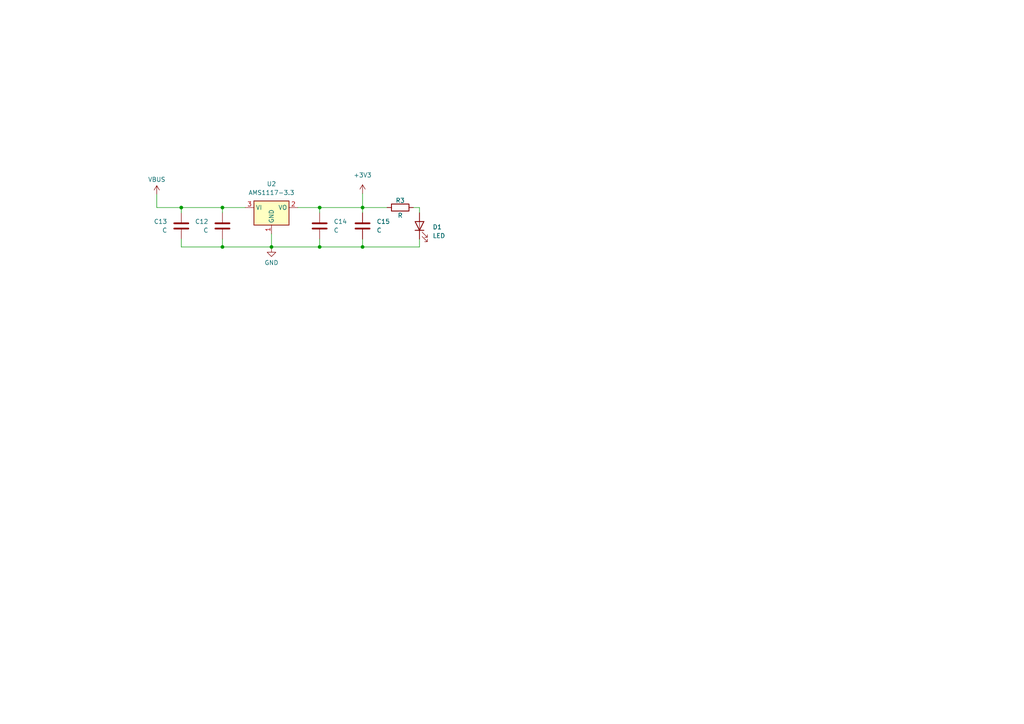
<source format=kicad_sch>
(kicad_sch (version 20230121) (generator eeschema)
  (paper "A4")
  (lib_symbols
    (symbol "Device:C" (pin_numbers hide) (pin_names (offset 0.254))
      (property "Reference" "C" (at 0.635 2.54 0))
      (property "Value" "C" (at 0.635 -2.54 0))
      (symbol "C_0_1"
        (polyline (pts (xy -2.032 -0.762) (xy 2.032 -0.762)) (stroke (width 0.508)))
        (polyline (pts (xy -2.032 0.762) (xy 2.032 0.762)) (stroke (width 0.508)))
      )
      (symbol "C_1_1"
        (pin passive line (at 0 3.81 270) (length 2.794) (name "~") (number "1"))
        (pin passive line (at 0 -3.81 90) (length 2.794) (name "~") (number "2"))
      )
    )
    (symbol "Device:LED" (pin_numbers hide) (pin_names (offset 1.016) hide)
      (property "Reference" "D" (at 0 2.54 0))
      (property "Value" "LED" (at 0 -2.54 0))
      (symbol "LED_0_1"
        (polyline (pts (xy -1.27 -1.27) (xy -1.27 1.27)) (stroke (width 0.254)))
        (polyline (pts (xy -1.27 0) (xy 1.27 0)))
        (polyline (pts (xy 1.27 -1.27) (xy 1.27 1.27) (xy -1.27 0) (xy 1.27 -1.27)) (stroke (width 0.254)))
        (polyline (pts (xy -3.048 -0.762) (xy -4.572 -2.286) (xy -3.81 -2.286) (xy -4.572 -2.286) (xy -4.572 -1.524)))
        (polyline (pts (xy -1.778 -0.762) (xy -3.302 -2.286) (xy -2.54 -2.286) (xy -3.302 -2.286) (xy -3.302 -1.524)))
      )
      (symbol "LED_1_1"
        (pin passive line (at -3.81 0 0) (length 2.54) (name "K") (number "1"))
        (pin passive line (at 3.81 0 180) (length 2.54) (name "A") (number "2"))
      )
    )
    (symbol "Device:R" (pin_numbers hide) (pin_names (offset 0))
      (property "Reference" "R" (at 2.032 0 90))
      (property "Value" "R" (at 0 0 90))
      (symbol "R_0_1"
        (rectangle (start -1.016 -2.54) (end 1.016 2.54) (stroke (width 0.254)))
      )
      (symbol "R_1_1"
        (pin passive line (at 0 3.81 270) (length 1.27) (name "~") (number "1"))
        (pin passive line (at 0 -3.81 90) (length 1.27) (name "~") (number "2"))
      )
    )
    (symbol "Regulator_Linear:AMS1117-3.3"
      (property "Reference" "U" (at -3.81 3.175 0))
      (property "Value" "AMS1117-3.3" (at 0 3.175 0))
      (symbol "AMS1117-3.3_0_1"
        (rectangle (start -5.08 -5.08) (end 5.08 1.905) (stroke (width 0.254)) (fill (type background)))
      )
      (symbol "AMS1117-3.3_1_1"
        (pin power_in line (at 0 -7.62 90) (length 2.54) (name "GND") (number "1"))
        (pin power_out line (at 7.62 0 180) (length 2.54) (name "VO") (number "2"))
        (pin power_in line (at -7.62 0 0) (length 2.54) (name "VI") (number "3"))
      )
    )
    (symbol "power:+3V3" (power) (pin_names (offset 0))
      (property "Value" "+3V3" (at 0 3.556 0))
      (symbol "+3V3_0_1"
        (polyline (pts (xy -0.762 1.27) (xy 0 2.54)))
        (polyline (pts (xy 0 0) (xy 0 2.54)))
        (polyline (pts (xy 0 2.54) (xy 0.762 1.27)))
      )
      (symbol "+3V3_1_1"
        (pin power_in line (at 0 0 90) (length 0) hide (name "+3V3") (number "1"))
      )
    )
    (symbol "power:GND" (power) (pin_names (offset 0))
      (property "Value" "GND" (at 0 -3.81 0))
      (symbol "GND_0_1"
        (polyline (pts (xy 0 0) (xy 0 -1.27) (xy 1.27 -1.27) (xy 0 -2.54) (xy -1.27 -1.27) (xy 0 -1.27)))
      )
      (symbol "GND_1_1"
        (pin power_in line (at 0 0 270) (length 0) hide (name "GND") (number "1"))
      )
    )
    (symbol "power:VBUS" (power) (pin_names (offset 0))
      (property "Value" "VBUS" (at 0 3.81 0))
      (symbol "VBUS_0_1"
        (polyline (pts (xy -0.762 1.27) (xy 0 2.54)))
        (polyline (pts (xy 0 0) (xy 0 2.54)))
        (polyline (pts (xy 0 2.54) (xy 0.762 1.27)))
      )
      (symbol "VBUS_1_1"
        (pin power_in line (at 0 0 90) (length 0) hide (name "VBUS") (number "1"))
      )
    )
  )
  (junction (at 52.578 60.198))
  (junction (at 92.71 71.628))
  (junction (at 105.156 71.628))
  (junction (at 105.156 60.198))
  (junction (at 78.74 71.628))
  (junction (at 64.516 71.628))
  (junction (at 64.516 60.198))
  (junction (at 92.71 60.198))
  (wire (pts (xy 52.578 71.628) (xy 64.516 71.628)))
  (wire (pts (xy 121.666 60.198) (xy 121.666 61.722)))
  (wire (pts (xy 121.666 71.628) (xy 121.666 69.342)))
  (wire (pts (xy 105.156 71.628) (xy 121.666 71.628)))
  (wire (pts (xy 92.71 69.342) (xy 92.71 71.628)))
  (wire (pts (xy 105.156 60.198) (xy 105.156 61.722)))
  (wire (pts (xy 45.466 56.388) (xy 45.466 60.198)))
  (wire (pts (xy 78.74 67.818) (xy 78.74 71.628)))
  (wire (pts (xy 45.466 60.198) (xy 52.578 60.198)))
  (wire (pts (xy 64.516 60.198) (xy 64.516 61.722)))
  (wire (pts (xy 105.156 56.134) (xy 105.156 60.198)))
  (wire (pts (xy 52.578 60.198) (xy 64.516 60.198)))
  (wire (pts (xy 52.578 69.342) (xy 52.578 71.628)))
  (wire (pts (xy 105.156 69.342) (xy 105.156 71.628)))
  (wire (pts (xy 64.516 71.628) (xy 64.516 69.342)))
  (wire (pts (xy 86.36 60.198) (xy 92.71 60.198)))
  (wire (pts (xy 78.74 71.628) (xy 78.74 71.882)))
  (wire (pts (xy 52.578 60.198) (xy 52.578 61.722)))
  (wire (pts (xy 92.71 60.198) (xy 105.156 60.198)))
  (wire (pts (xy 119.888 60.198) (xy 121.666 60.198)))
  (wire (pts (xy 64.516 71.628) (xy 78.74 71.628)))
  (wire (pts (xy 78.74 71.628) (xy 92.71 71.628)))
  (wire (pts (xy 64.516 60.198) (xy 71.12 60.198)))
  (wire (pts (xy 105.156 60.198) (xy 112.268 60.198)))
  (wire (pts (xy 92.71 60.198) (xy 92.71 61.722)))
  (wire (pts (xy 92.71 71.628) (xy 105.156 71.628)))
  (symbol (lib_id "power:+3V3") (at 105.156 56.134 0) (unit 1)
    (property "Reference" "#PWR018" (effects hide))
    (property "Value" "+3V3" (at 105.156 50.8 0))
  )
  (symbol (lib_id "Device:LED") (at 121.666 65.532 90) (unit 1)
    (property "Reference" "D1" (at 125.476 65.8495 90) (effects (justify right)))
    (property "Value" "LED" (at 125.476 68.3895 90) (effects (justify right)))
  )
  (symbol (lib_id "Device:R") (at 116.078 60.198 90) (mirror x) (unit 1)
    (property "Reference" "R3" (at 116.078 58.166 90))
    (property "Value" "R" (at 116.078 62.484 90))
  )
  (symbol (lib_id "Device:C") (at 52.578 65.532 0) (mirror y) (unit 1)
    (property "Reference" "C13" (at 48.514 64.262 0) (effects (justify left)))
    (property "Value" "C" (at 48.514 66.802 0) (effects (justify left)))
  )
  (symbol (lib_id "power:GND") (at 78.74 71.882 0) (unit 1)
    (property "Reference" "#PWR017" (effects hide))
    (property "Value" "GND" (at 78.74 76.2 0))
  )
  (symbol (lib_id "Device:C") (at 92.71 65.532 0) (unit 1)
    (property "Reference" "C14" (at 96.774 64.262 0) (effects (justify left)))
    (property "Value" "C" (at 96.774 66.802 0) (effects (justify left)))
  )
  (symbol (lib_id "Regulator_Linear:AMS1117-3.3") (at 78.74 60.198 0) (unit 1)
    (property "Reference" "U2" (at 78.74 53.34 0))
    (property "Value" "AMS1117-3.3" (at 78.74 55.88 0))
    (property "Footprint" "Package_TO_SOT_SMD:SOT-223-3_TabPin2" (effects hide))
    (property "Datasheet" "http://www.advanced-monolithic.com/pdf/ds1117.pdf" (effects hide))
  )
  (symbol (lib_id "Device:C") (at 105.156 65.532 0) (unit 1)
    (property "Reference" "C15" (at 109.22 64.262 0) (effects (justify left)))
    (property "Value" "C" (at 109.22 66.802 0) (effects (justify left)))
  )
  (symbol (lib_id "power:VBUS") (at 45.466 56.388 0) (unit 1)
    (property "Reference" "#PWR016" (effects hide))
    (property "Value" "VBUS" (at 45.466 52.07 0))
  )
  (symbol (lib_id "Device:C") (at 64.516 65.532 0) (mirror y) (unit 1)
    (property "Reference" "C12" (at 60.452 64.262 0) (effects (justify left)))
    (property "Value" "C" (at 60.452 66.802 0) (effects (justify left)))
  )
)
</source>
